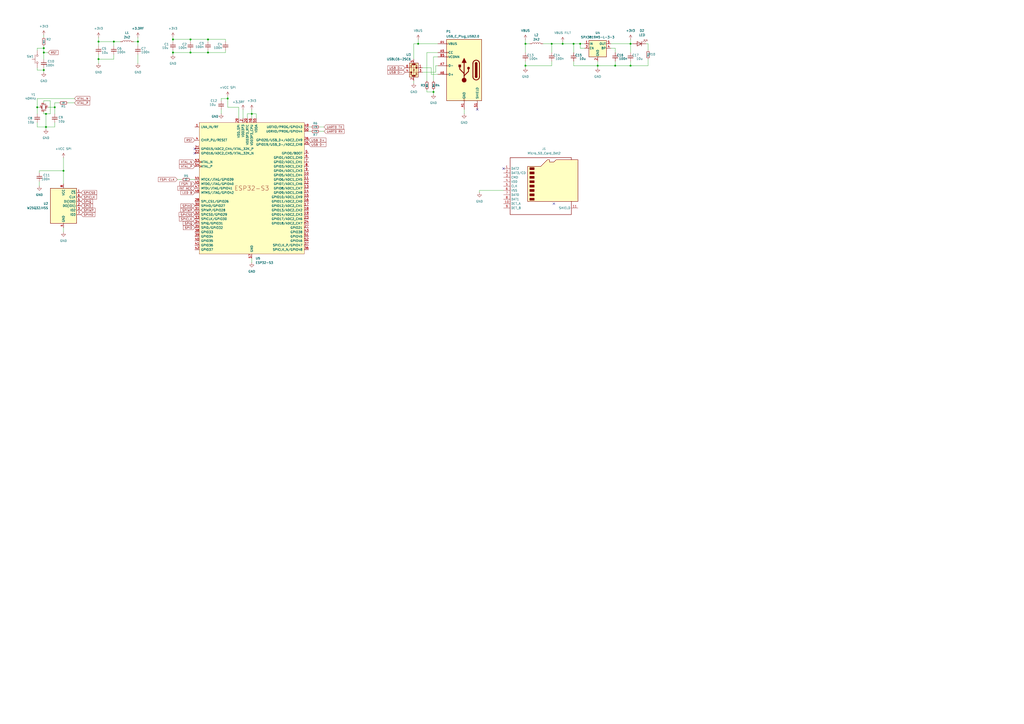
<source format=kicad_sch>
(kicad_sch (version 20231120) (generator "eeschema") (generator_version "8.0")
  (paper "A2")
  (lib_symbols
    (symbol "Connector:Micro_SD_Card_Det2"
      (property "Reference" "J" (at -16.51 17.78 0))
      (property "Value" "Micro_SD_Card_Det2" (at 16.51 17.78 0))
      (symbol "Micro_SD_Card_Det2_0_1"
        (rectangle (start -7.62 -6.985) (end -5.08 -8.255) (stroke (width 0.254)) (fill (type outline)))
        (rectangle (start -7.62 -4.445) (end -5.08 -5.715) (stroke (width 0.254)) (fill (type outline)))
        (rectangle (start -7.62 -1.905) (end -5.08 -3.175) (stroke (width 0.254)) (fill (type outline)))
        (rectangle (start -7.62 0.635) (end -5.08 -0.635) (stroke (width 0.254)) (fill (type outline)))
        (rectangle (start -7.62 3.175) (end -5.08 1.905) (stroke (width 0.254)) (fill (type outline)))
        (rectangle (start -7.62 5.715) (end -5.08 4.445) (stroke (width 0.254)) (fill (type outline)))
        (rectangle (start -7.62 8.255) (end -5.08 6.985) (stroke (width 0.254)) (fill (type outline)))
        (rectangle (start -7.62 10.795) (end -5.08 9.525) (stroke (width 0.254)) (fill (type outline)))
        (polyline (pts (xy 16.51 15.24) (xy 16.51 16.51) (xy -19.05 16.51) (xy -19.05 -16.51) (xy 16.51 -16.51) (xy 16.51 -8.89)) (stroke (width 0.254)))
        (polyline (pts (xy -8.89 -8.89) (xy -8.89 11.43) (xy -1.27 11.43) (xy 2.54 15.24) (xy 3.81 15.24) (xy 3.81 13.97) (xy 6.35 13.97) (xy 7.62 15.24) (xy 20.32 15.24) (xy 20.32 -8.89) (xy -8.89 -8.89)) (stroke (width 0.254)) (fill (type background)))
      )
      (symbol "Micro_SD_Card_Det2_1_1"
        (pin bidirectional line (at -22.86 10.16 0) (length 3.81) (name "DAT2") (number "1"))
        (pin passive line (at -22.86 -10.16 0) (length 3.81) (name "DET_A") (number "10"))
        (pin passive line (at 20.32 -12.7 180) (length 3.81) (name "SHIELD") (number "11"))
        (pin bidirectional line (at -22.86 7.62 0) (length 3.81) (name "DAT3/CD") (number "2"))
        (pin input line (at -22.86 5.08 0) (length 3.81) (name "CMD") (number "3"))
        (pin power_in line (at -22.86 2.54 0) (length 3.81) (name "VDD") (number "4"))
        (pin input line (at -22.86 0 0) (length 3.81) (name "CLK") (number "5"))
        (pin power_in line (at -22.86 -2.54 0) (length 3.81) (name "VSS") (number "6"))
        (pin bidirectional line (at -22.86 -5.08 0) (length 3.81) (name "DAT0") (number "7"))
        (pin bidirectional line (at -22.86 -7.62 0) (length 3.81) (name "DAT1") (number "8"))
        (pin passive line (at -22.86 -12.7 0) (length 3.81) (name "DET_B") (number "9"))
      )
    )
    (symbol "Connector:USB_C_Plug_USB2.0" (pin_names (offset 1.016))
      (property "Reference" "P" (at -10.16 19.05 0))
      (property "Value" "USB_C_Plug_USB2.0" (at 12.7 19.05 0))
      (symbol "USB_C_Plug_USB2.0_0_0"
        (rectangle (start -0.254 -17.78) (end 0.254 -16.764))
        (rectangle (start 10.16 -2.286) (end 9.144 -2.794))
        (rectangle (start 10.16 2.794) (end 9.144 2.286))
        (rectangle (start 10.16 7.874) (end 9.144 7.366))
        (rectangle (start 10.16 10.414) (end 9.144 9.906))
        (rectangle (start 10.16 15.494) (end 9.144 14.986))
      )
      (symbol "USB_C_Plug_USB2.0_0_1"
        (rectangle (start -10.16 17.78) (end 10.16 -17.78) (stroke (width 0.254)) (fill (type background)))
        (arc (start -8.89 -3.81) (mid -6.985 -5.7067) (end -5.08 -3.81) (stroke (width 0.508)))
        (arc (start -7.62 -3.81) (mid -6.985 -4.4423) (end -6.35 -3.81) (stroke (width 0.254)))
        (arc (start -7.62 -3.81) (mid -6.985 -4.4423) (end -6.35 -3.81) (stroke (width 0.254)) (fill (type outline)))
        (rectangle (start -7.62 -3.81) (end -6.35 3.81) (stroke (width 0.254)) (fill (type outline)))
        (arc (start -6.35 3.81) (mid -6.985 4.4423) (end -7.62 3.81) (stroke (width 0.254)))
        (arc (start -6.35 3.81) (mid -6.985 4.4423) (end -7.62 3.81) (stroke (width 0.254)) (fill (type outline)))
        (arc (start -5.08 3.81) (mid -6.985 5.7067) (end -8.89 3.81) (stroke (width 0.508)))
        (circle (center -2.54 1.143) (radius 0.635) (stroke (width 0.254)) (fill (type outline)))
        (circle (center 0 -5.842) (radius 1.27) (fill (type outline)))
        (polyline (pts (xy -8.89 -3.81) (xy -8.89 3.81)) (stroke (width 0.508)))
        (polyline (pts (xy -5.08 3.81) (xy -5.08 -3.81)) (stroke (width 0.508)))
        (polyline (pts (xy 0 -5.842) (xy 0 4.318)) (stroke (width 0.508)))
        (polyline (pts (xy 0 -3.302) (xy -2.54 -0.762) (xy -2.54 0.508)) (stroke (width 0.508)))
        (polyline (pts (xy 0 -2.032) (xy 2.54 0.508) (xy 2.54 1.778)) (stroke (width 0.508)))
        (polyline (pts (xy -1.27 4.318) (xy 0 6.858) (xy 1.27 4.318) (xy -1.27 4.318)) (stroke (width 0.254)) (fill (type outline)))
        (rectangle (start 1.905 1.778) (end 3.175 3.048) (stroke (width 0.254)) (fill (type outline)))
      )
      (symbol "USB_C_Plug_USB2.0_1_1"
        (pin passive line (at 0 -22.86 90) (length 5.08) (name "GND") (number "A1"))
        (pin passive line (at 0 -22.86 90) (length 5.08) hide (name "GND") (number "A12"))
        (pin passive line (at 15.24 15.24 180) (length 5.08) (name "VBUS") (number "A4"))
        (pin bidirectional line (at 15.24 10.16 180) (length 5.08) (name "CC") (number "A5"))
        (pin bidirectional line (at 15.24 -2.54 180) (length 5.08) (name "D+") (number "A6"))
        (pin bidirectional line (at 15.24 2.54 180) (length 5.08) (name "D-") (number "A7"))
        (pin passive line (at 15.24 15.24 180) (length 5.08) hide (name "VBUS") (number "A9"))
        (pin passive line (at 0 -22.86 90) (length 5.08) hide (name "GND") (number "B1"))
        (pin passive line (at 0 -22.86 90) (length 5.08) hide (name "GND") (number "B12"))
        (pin passive line (at 15.24 15.24 180) (length 5.08) hide (name "VBUS") (number "B4"))
        (pin bidirectional line (at 15.24 7.62 180) (length 5.08) (name "VCONN") (number "B5"))
        (pin passive line (at 15.24 15.24 180) (length 5.08) hide (name "VBUS") (number "B9"))
        (pin passive line (at -7.62 -22.86 90) (length 5.08) (name "SHIELD") (number "S1"))
      )
    )
    (symbol "Device:C_Small" (pin_numbers hide) (pin_names (offset 0.254) hide)
      (property "Reference" "C" (at 0.254 1.778 0))
      (property "Value" "C_Small" (at 0.254 -2.032 0))
      (symbol "C_Small_0_1"
        (polyline (pts (xy -1.524 -0.508) (xy 1.524 -0.508)) (stroke (width 0.3302)))
        (polyline (pts (xy -1.524 0.508) (xy 1.524 0.508)) (stroke (width 0.3048)))
      )
      (symbol "C_Small_1_1"
        (pin passive line (at 0 2.54 270) (length 2.032) (name "~") (number "1"))
        (pin passive line (at 0 -2.54 90) (length 2.032) (name "~") (number "2"))
      )
    )
    (symbol "Device:Crystal_GND23_Small" (pin_names (offset 1.016) hide)
      (property "Reference" "Y" (at 1.27 4.445 0))
      (property "Value" "Crystal_GND23_Small" (at 1.27 2.54 0))
      (symbol "Crystal_GND23_Small_0_1"
        (rectangle (start -0.762 -1.524) (end 0.762 1.524))
        (polyline (pts (xy -1.27 -0.762) (xy -1.27 0.762)) (stroke (width 0.381)))
        (polyline (pts (xy 1.27 -0.762) (xy 1.27 0.762)) (stroke (width 0.381)))
        (polyline (pts (xy -1.27 -1.27) (xy -1.27 -1.905) (xy 1.27 -1.905) (xy 1.27 -1.27)))
        (polyline (pts (xy -1.27 1.27) (xy -1.27 1.905) (xy 1.27 1.905) (xy 1.27 1.27)))
      )
      (symbol "Crystal_GND23_Small_1_1"
        (pin passive line (at -2.54 0 0) (length 1.27) (name "1") (number "1"))
        (pin passive line (at 0 -2.54 90) (length 0.635) (name "2") (number "2"))
        (pin passive line (at 0 2.54 270) (length 0.635) (name "3") (number "3"))
        (pin passive line (at 2.54 0 180) (length 1.27) (name "4") (number "4"))
      )
    )
    (symbol "Device:L" (pin_numbers hide) (pin_names (offset 1.016) hide)
      (property "Reference" "L" (at -1.27 0 90))
      (property "Value" "L" (at 1.905 0 90))
      (symbol "L_0_1"
        (arc (start 0 -2.54) (mid 0.6323 -1.905) (end 0 -1.27))
        (arc (start 0 -1.27) (mid 0.6323 -0.635) (end 0 0))
        (arc (start 0 0) (mid 0.6323 0.635) (end 0 1.27))
        (arc (start 0 1.27) (mid 0.6323 1.905) (end 0 2.54))
      )
      (symbol "L_1_1"
        (pin passive line (at 0 3.81 270) (length 1.27) (name "1") (number "1"))
        (pin passive line (at 0 -3.81 90) (length 1.27) (name "2") (number "2"))
      )
    )
    (symbol "Device:LED" (pin_numbers hide) (pin_names (offset 1.016) hide)
      (property "Reference" "D" (at 0 2.54 0))
      (property "Value" "LED" (at 0 -2.54 0))
      (symbol "LED_0_1"
        (polyline (pts (xy -1.27 -1.27) (xy -1.27 1.27)) (stroke (width 0.254)))
        (polyline (pts (xy -1.27 0) (xy 1.27 0)))
        (polyline (pts (xy 1.27 -1.27) (xy 1.27 1.27) (xy -1.27 0) (xy 1.27 -1.27)) (stroke (width 0.254)))
        (polyline (pts (xy -3.048 -0.762) (xy -4.572 -2.286) (xy -3.81 -2.286) (xy -4.572 -2.286) (xy -4.572 -1.524)))
        (polyline (pts (xy -1.778 -0.762) (xy -3.302 -2.286) (xy -2.54 -2.286) (xy -3.302 -2.286) (xy -3.302 -1.524)))
      )
      (symbol "LED_1_1"
        (pin passive line (at -3.81 0 0) (length 2.54) (name "K") (number "1"))
        (pin passive line (at 3.81 0 180) (length 2.54) (name "A") (number "2"))
      )
    )
    (symbol "Device:R_Small" (pin_numbers hide) (pin_names (offset 0.254) hide)
      (property "Reference" "R" (at 0.762 0.508 0))
      (property "Value" "R_Small" (at 0.762 -1.016 0))
      (symbol "R_Small_0_1"
        (rectangle (start -0.762 1.778) (end 0.762 -1.778) (stroke (width 0.2032)))
      )
      (symbol "R_Small_1_1"
        (pin passive line (at 0 2.54 270) (length 0.762) (name "~") (number "1"))
        (pin passive line (at 0 -2.54 90) (length 0.762) (name "~") (number "2"))
      )
    )
    (symbol "Memory_Flash:W25Q32JVSS"
      (property "Reference" "U" (at -6.35 11.43 0))
      (property "Value" "W25Q32JVSS" (at 7.62 11.43 0))
      (symbol "W25Q32JVSS_0_1"
        (rectangle (start -7.62 10.16) (end 7.62 -10.16) (stroke (width 0.254)) (fill (type background)))
      )
      (symbol "W25Q32JVSS_1_1"
        (pin input line (at -10.16 7.62 0) (length 2.54) (name "~{CS}") (number "1"))
        (pin bidirectional line (at -10.16 0 0) (length 2.54) (name "DO(IO1)") (number "2"))
        (pin bidirectional line (at -10.16 -2.54 0) (length 2.54) (name "IO2") (number "3"))
        (pin power_in line (at 0 -12.7 90) (length 2.54) (name "GND") (number "4"))
        (pin bidirectional line (at -10.16 2.54 0) (length 2.54) (name "DI(IO0)") (number "5"))
        (pin input line (at -10.16 5.08 0) (length 2.54) (name "CLK") (number "6"))
        (pin bidirectional line (at -10.16 -5.08 0) (length 2.54) (name "IO3") (number "7"))
        (pin power_in line (at 0 12.7 270) (length 2.54) (name "VCC") (number "8"))
      )
    )
    (symbol "PCM_Espressif:ESP32-S3" (pin_names (offset 1.016))
      (property "Reference" "U" (at -30.48 43.18 0))
      (property "Value" "ESP32-S3" (at -30.48 40.64 0))
      (symbol "ESP32-S3_0_0"
        (text "ESP32-S3" (at 0 0 0) (effects (font (size 2.54 2.54))))
        (pin bidirectional line (at 33.02 -35.56 180) (length 2.54) (name "SPICLK_N/GPIO48") (number "36"))
        (pin bidirectional line (at 33.02 -33.02 180) (length 2.54) (name "SPICLK_P/GPIO47") (number "37"))
      )
      (symbol "ESP32-S3_0_1"
        (rectangle (start -30.48 38.1) (end 30.48 -38.1) (fill (type background)))
      )
      (symbol "ESP32-S3_1_1"
        (pin bidirectional line (at -33.02 35.56 0) (length 2.54) (name "LNA_IN/RF") (number "1"))
        (pin bidirectional line (at 33.02 7.62 180) (length 2.54) (name "GPIO5/ADC1_CH4") (number "10"))
        (pin bidirectional line (at 33.02 5.08 180) (length 2.54) (name "GPIO6/ADC1_CH5") (number "11"))
        (pin bidirectional line (at 33.02 2.54 180) (length 2.54) (name "GPIO7/ADC1_CH6") (number "12"))
        (pin bidirectional line (at 33.02 0 180) (length 2.54) (name "GPIO8/ADC1_CH7") (number "13"))
        (pin bidirectional line (at 33.02 -2.54 180) (length 2.54) (name "GPIO9/ADC1_CH8") (number "14"))
        (pin bidirectional line (at 33.02 -5.08 180) (length 2.54) (name "GPIO10/ADC1_CH9") (number "15"))
        (pin bidirectional line (at 33.02 -7.62 180) (length 2.54) (name "GPIO11/ADC2_CH0") (number "16"))
        (pin bidirectional line (at 33.02 -10.16 180) (length 2.54) (name "GPIO12/ADC2_CH1") (number "17"))
        (pin bidirectional line (at 33.02 -12.7 180) (length 2.54) (name "GPIO13/ADC2_CH2") (number "18"))
        (pin bidirectional line (at 33.02 -15.24 180) (length 2.54) (name "GPIO14/ADC2_CH3") (number "19"))
        (pin power_in line (at -5.08 40.64 270) (length 2.54) (name "VDD3P3") (number "2"))
        (pin power_in line (at -2.54 40.64 270) (length 2.54) (name "VDD3P3_RTC") (number "20"))
        (pin bidirectional line (at -33.02 22.86 0) (length 2.54) (name "GPIO15/ADC2_CH4/XTAL_32K_P") (number "21"))
        (pin bidirectional line (at -33.02 20.32 0) (length 2.54) (name "GPIO16/ADC2_CH5/XTAL_32K_N") (number "22"))
        (pin bidirectional line (at 33.02 -17.78 180) (length 2.54) (name "GPIO17/ADC2_CH6") (number "23"))
        (pin bidirectional line (at 33.02 -20.32 180) (length 2.54) (name "GPIO18/ADC2_CH7") (number "24"))
        (pin bidirectional line (at 33.02 25.4 180) (length 2.54) (name "GPIO19/USB_D-/ADC2_CH8") (number "25"))
        (pin bidirectional line (at 33.02 27.94 180) (length 2.54) (name "GPIO20/USB_D+/ADC2_CH9") (number "26"))
        (pin bidirectional line (at 33.02 -22.86 180) (length 2.54) (name "GPIO21") (number "27"))
        (pin bidirectional line (at -33.02 -7.62 0) (length 2.54) (name "SPI_CS1/GPIO26") (number "28"))
        (pin power_out line (at -7.62 40.64 270) (length 2.54) (name "VDD_SPI") (number "29"))
        (pin power_in line (at -5.08 40.64 270) (length 2.54) hide (name "VDD3P3") (number "3"))
        (pin bidirectional line (at -33.02 -10.16 0) (length 2.54) (name "SPIHD/GPIO27") (number "30"))
        (pin bidirectional line (at -33.02 -12.7 0) (length 2.54) (name "SPIWP/GPIO28") (number "31"))
        (pin bidirectional line (at -33.02 -15.24 0) (length 2.54) (name "SPICS0/GPIO29") (number "32"))
        (pin bidirectional line (at -33.02 -17.78 0) (length 2.54) (name "SPICLK/GPIO30") (number "33"))
        (pin bidirectional line (at -33.02 -20.32 0) (length 2.54) (name "SPIQ/GPIO31") (number "34"))
        (pin bidirectional line (at -33.02 -22.86 0) (length 2.54) (name "SPID/GPIO32") (number "35"))
        (pin bidirectional line (at -33.02 -25.4 0) (length 2.54) (name "GPIO33") (number "38"))
        (pin bidirectional line (at -33.02 -27.94 0) (length 2.54) (name "GPIO34") (number "39"))
        (pin input line (at -33.02 27.94 0) (length 2.54) (name "CHIP_PU/RESET") (number "4"))
        (pin bidirectional line (at -33.02 -30.48 0) (length 2.54) (name "GPIO35") (number "40"))
        (pin bidirectional line (at -33.02 -33.02 0) (length 2.54) (name "GPIO36") (number "41"))
        (pin bidirectional line (at -33.02 -35.56 0) (length 2.54) (name "GPIO37") (number "42"))
        (pin bidirectional line (at 33.02 -25.4 180) (length 2.54) (name "GPIO38") (number "43"))
        (pin bidirectional line (at -33.02 5.08 0) (length 2.54) (name "MTCK/JTAG/GPIO39") (number "44"))
        (pin bidirectional line (at -33.02 2.54 0) (length 2.54) (name "MTDO/JTAG/GPIO40") (number "45"))
        (pin power_in line (at 0 40.64 270) (length 2.54) (name "VDD3P3_CPU") (number "46"))
        (pin bidirectional line (at -33.02 0 0) (length 2.54) (name "MTDI/JTAG/GPIO41") (number "47"))
        (pin bidirectional line (at -33.02 -2.54 0) (length 2.54) (name "MTMS/JTAG/GPIO42") (number "48"))
        (pin bidirectional line (at 33.02 35.56 180) (length 2.54) (name "U0TXD/PROG/GPIO43") (number "49"))
        (pin bidirectional line (at 33.02 20.32 180) (length 2.54) (name "GPIO0/BOOT") (number "5"))
        (pin bidirectional line (at 33.02 33.02 180) (length 2.54) (name "U0RXD/PROG/GPIO44") (number "50"))
        (pin bidirectional line (at 33.02 -27.94 180) (length 2.54) (name "GPIO45") (number "51"))
        (pin bidirectional line (at 33.02 -30.48 180) (length 2.54) (name "GPIO46") (number "52"))
        (pin input clock (at -33.02 15.24 0) (length 2.54) (name "XTAL_N") (number "53"))
        (pin output clock (at -33.02 12.7 0) (length 2.54) (name "XTAL_P") (number "54"))
        (pin power_in line (at 2.54 40.64 270) (length 2.54) (name "VDDA") (number "55"))
        (pin passive line (at 2.54 40.64 270) (length 2.54) hide (name "VDDA") (number "56"))
        (pin power_in line (at 0 -40.64 90) (length 2.54) (name "GND") (number "57"))
        (pin bidirectional line (at 33.02 17.78 180) (length 2.54) (name "GPIO1/ADC1_CH0") (number "6"))
        (pin bidirectional line (at 33.02 15.24 180) (length 2.54) (name "GPIO2/ADC1_CH1") (number "7"))
        (pin bidirectional line (at 33.02 12.7 180) (length 2.54) (name "GPIO3/ADC1_CH2") (number "8"))
        (pin bidirectional line (at 33.02 10.16 180) (length 2.54) (name "GPIO4/ADC1_CH3") (number "9"))
      )
    )
    (symbol "Power_Protection:USBLC6-2SC6" (pin_names hide)
      (property "Reference" "U" (at 0.635 5.715 0))
      (property "Value" "USBLC6-2SC6" (at 0.635 3.81 0))
      (symbol "USBLC6-2SC6_0_0"
        (circle (center -1.524 0) (radius 0.0001) (stroke (width 0.508)))
        (circle (center -0.508 -4.572) (radius 0.0001) (stroke (width 0.508)))
        (circle (center -0.508 2.032) (radius 0.0001) (stroke (width 0.508)))
        (circle (center 0.508 -4.572) (radius 0.0001) (stroke (width 0.508)))
        (circle (center 0.508 2.032) (radius 0.0001) (stroke (width 0.508)))
        (circle (center 1.524 -2.54) (radius 0.0001) (stroke (width 0.508)))
      )
      (symbol "USBLC6-2SC6_0_1"
        (polyline (pts (xy -2.54 -2.54) (xy 2.54 -2.54)))
        (polyline (pts (xy -2.54 0) (xy 2.54 0)))
        (polyline (pts (xy -2.032 -3.048) (xy -1.016 -3.048)))
        (polyline (pts (xy -1.016 1.524) (xy -2.032 1.524)))
        (polyline (pts (xy 1.016 -3.048) (xy 2.032 -3.048)))
        (polyline (pts (xy 1.016 1.524) (xy 2.032 1.524)))
        (polyline (pts (xy -0.508 -1.143) (xy -0.508 -0.762) (xy 0.508 -0.762)))
        (polyline (pts (xy -2.032 0.508) (xy -1.016 0.508) (xy -1.524 1.524) (xy -2.032 0.508)))
        (polyline (pts (xy -1.016 -4.064) (xy -2.032 -4.064) (xy -1.524 -3.048) (xy -1.016 -4.064)))
        (polyline (pts (xy 0.508 -1.778) (xy -0.508 -1.778) (xy 0 -0.762) (xy 0.508 -1.778)))
        (polyline (pts (xy 2.032 -4.064) (xy 1.016 -4.064) (xy 1.524 -3.048) (xy 2.032 -4.064)))
        (polyline (pts (xy 2.032 0.508) (xy 1.016 0.508) (xy 1.524 1.524) (xy 2.032 0.508)))
        (polyline (pts (xy 0 2.54) (xy -0.508 2.032) (xy 0.508 2.032) (xy 0 1.524) (xy 0 -4.064) (xy -0.508 -4.572) (xy 0.508 -4.572) (xy 0 -5.08)))
      )
      (symbol "USBLC6-2SC6_1_1"
        (rectangle (start -2.54 2.794) (end 2.54 -5.334) (stroke (width 0.254)) (fill (type background)))
        (polyline (pts (xy -0.508 2.032) (xy -1.524 2.032) (xy -1.524 -4.572) (xy -0.508 -4.572)))
        (polyline (pts (xy 0.508 -4.572) (xy 1.524 -4.572) (xy 1.524 2.032) (xy 0.508 2.032)))
        (pin passive line (at -5.08 0 0) (length 2.54) (name "I/O1") (number "1"))
        (pin passive line (at 0 -7.62 90) (length 2.54) (name "GND") (number "2"))
        (pin passive line (at -5.08 -2.54 0) (length 2.54) (name "I/O2") (number "3"))
        (pin passive line (at 5.08 -2.54 180) (length 2.54) (name "I/O2") (number "4"))
        (pin passive line (at 0 5.08 270) (length 2.54) (name "VBUS") (number "5"))
        (pin passive line (at 5.08 0 180) (length 2.54) (name "I/O1") (number "6"))
      )
    )
    (symbol "Regulator_Linear:SPX3819M5-L-3-3" (pin_names (offset 0.254))
      (property "Reference" "U" (at -3.81 5.715 0))
      (property "Value" "SPX3819M5-L-3-3" (at 0 5.715 0))
      (symbol "SPX3819M5-L-3-3_0_1"
        (rectangle (start -5.08 4.445) (end 5.08 -5.08) (stroke (width 0.254)) (fill (type background)))
      )
      (symbol "SPX3819M5-L-3-3_1_1"
        (pin power_in line (at -7.62 2.54 0) (length 2.54) (name "IN") (number "1"))
        (pin power_in line (at 0 -7.62 90) (length 2.54) (name "GND") (number "2"))
        (pin input line (at -7.62 0 0) (length 2.54) (name "EN") (number "3"))
        (pin input line (at 7.62 0 180) (length 2.54) (name "BP") (number "4"))
        (pin power_out line (at 7.62 2.54 180) (length 2.54) (name "OUT") (number "5"))
      )
    )
    (symbol "Switch:SW_Push" (pin_numbers hide) (pin_names (offset 1.016) hide)
      (property "Reference" "SW" (at 1.27 2.54 0))
      (property "Value" "SW_Push" (at 0 -1.524 0))
      (symbol "SW_Push_0_1"
        (circle (center -2.032 0) (radius 0.508))
        (polyline (pts (xy 0 1.27) (xy 0 3.048)))
        (polyline (pts (xy 2.54 1.27) (xy -2.54 1.27)))
        (circle (center 2.032 0) (radius 0.508))
        (pin passive line (at -5.08 0 0) (length 2.54) (name "1") (number "1"))
        (pin passive line (at 5.08 0 180) (length 2.54) (name "2") (number "2"))
      )
    )
    (symbol "power:+3.3V" (power) (pin_numbers hide) (pin_names (offset 0) hide)
      (property "Value" "+3.3V" (at 0 3.556 0))
      (symbol "+3.3V_0_1"
        (polyline (pts (xy -0.762 1.27) (xy 0 2.54)))
        (polyline (pts (xy 0 0) (xy 0 2.54)))
        (polyline (pts (xy 0 2.54) (xy 0.762 1.27)))
      )
      (symbol "+3.3V_1_1"
        (pin power_in line (at 0 0 90) (length 0) (name "~") (number "1"))
      )
    )
    (symbol "power:+3V3" (power) (pin_numbers hide) (pin_names (offset 0) hide)
      (property "Value" "+3V3" (at 0 3.556 0))
      (symbol "+3V3_0_1"
        (polyline (pts (xy -0.762 1.27) (xy 0 2.54)))
        (polyline (pts (xy 0 0) (xy 0 2.54)))
        (polyline (pts (xy 0 2.54) (xy 0.762 1.27)))
      )
      (symbol "+3V3_1_1"
        (pin power_in line (at 0 0 90) (length 0) (name "~") (number "1"))
      )
    )
    (symbol "power:GND" (power) (pin_numbers hide) (pin_names (offset 0) hide)
      (property "Value" "GND" (at 0 -3.81 0))
      (symbol "GND_0_1"
        (polyline (pts (xy 0 0) (xy 0 -1.27) (xy 1.27 -1.27) (xy 0 -2.54) (xy -1.27 -1.27) (xy 0 -1.27)))
      )
      (symbol "GND_1_1"
        (pin power_in line (at 0 0 270) (length 0) (name "~") (number "1"))
      )
    )
    (symbol "power:VBUS" (power) (pin_numbers hide) (pin_names (offset 0) hide)
      (property "Value" "VBUS" (at 0 3.556 0))
      (symbol "VBUS_0_1"
        (polyline (pts (xy -0.762 1.27) (xy 0 2.54)))
        (polyline (pts (xy 0 0) (xy 0 2.54)))
        (polyline (pts (xy 0 2.54) (xy 0.762 1.27)))
      )
      (symbol "VBUS_1_1"
        (pin power_in line (at 0 0 90) (length 0) (name "~") (number "1"))
      )
    )
    (symbol "power:VDD" (power) (pin_numbers hide) (pin_names (offset 0) hide)
      (property "Value" "VDD" (at 0 3.556 0))
      (symbol "VDD_0_1"
        (polyline (pts (xy -0.762 1.27) (xy 0 2.54)))
        (polyline (pts (xy 0 0) (xy 0 2.54)))
        (polyline (pts (xy 0 2.54) (xy 0.762 1.27)))
      )
      (symbol "VDD_1_1"
        (pin power_in line (at 0 0 90) (length 0) (name "~") (number "1"))
      )
    )
  )
  (junction (at 36.83 99.06))
  (junction (at 365.76 25.4))
  (junction (at 120.65 30.48))
  (junction (at 80.01 24.13))
  (junction (at 100.33 30.48))
  (junction (at 31.75 62.23))
  (junction (at 146.05 66.04))
  (junction (at 100.33 22.86))
  (junction (at 242.57 25.4))
  (junction (at 21.59 62.23))
  (junction (at 346.71 38.1))
  (junction (at 356.87 38.1))
  (junction (at 110.49 30.48))
  (junction (at 320.04 25.4))
  (junction (at 336.55 25.4))
  (junction (at 251.46 53.34))
  (junction (at 26.67 66.04))
  (junction (at 120.65 22.86))
  (junction (at 57.15 34.29))
  (junction (at 132.08 57.15))
  (junction (at 304.8 25.4))
  (junction (at 25.4 40.64))
  (junction (at 304.8 38.1))
  (junction (at 326.39 25.4))
  (junction (at 57.15 24.13))
  (junction (at 25.4 30.48))
  (junction (at 66.04 24.13))
  (junction (at 110.49 22.86))
  (junction (at 26.67 73.66))
  (junction (at 365.76 38.1))
  (junction (at 332.74 25.4))
  (junction (at 25.4 27.94))
  (no_connect (at 276.86 63.5))
  (no_connect (at 321.31 118.11))
  (no_connect (at 292.1 97.79))
  (no_connect (at 113.03 86.36))
  (no_connect (at 113.03 88.9))
  (wire (pts (xy 100.33 22.86) (xy 100.33 24.13)))
  (wire (pts (xy 146.05 68.58) (xy 146.05 66.04)))
  (wire (pts (xy 31.75 73.66) (xy 31.75 71.12)))
  (wire (pts (xy 132.08 55.88) (xy 132.08 57.15)))
  (wire (pts (xy 100.33 30.48) (xy 100.33 31.75)))
  (wire (pts (xy 304.8 38.1) (xy 320.04 38.1)))
  (wire (pts (xy 326.39 25.4) (xy 332.74 25.4)))
  (wire (pts (xy 22.86 105.41) (xy 22.86 107.95)))
  (wire (pts (xy 252.73 38.1) (xy 254 38.1)))
  (wire (pts (xy 252.73 41.91) (xy 252.73 38.1)))
  (wire (pts (xy 143.51 66.04) (xy 146.05 66.04)))
  (wire (pts (xy 25.4 58.42) (xy 29.21 58.42)))
  (wire (pts (xy 375.92 25.4) (xy 375.92 29.21)))
  (wire (pts (xy 80.01 21.59) (xy 80.01 24.13)))
  (wire (pts (xy 320.04 25.4) (xy 326.39 25.4)))
  (wire (pts (xy 365.76 22.86) (xy 365.76 25.4)))
  (wire (pts (xy 36.83 99.06) (xy 36.83 106.68)))
  (wire (pts (xy 77.47 24.13) (xy 80.01 24.13)))
  (wire (pts (xy 320.04 35.56) (xy 320.04 38.1)))
  (wire (pts (xy 57.15 21.59) (xy 57.15 24.13)))
  (wire (pts (xy 365.76 25.4) (xy 365.76 30.48)))
  (wire (pts (xy 26.67 73.66) (xy 31.75 73.66)))
  (wire (pts (xy 80.01 31.75) (xy 80.01 36.83)))
  (wire (pts (xy 25.4 20.32) (xy 25.4 21.59)))
  (wire (pts (xy 138.43 62.23) (xy 138.43 68.58)))
  (wire (pts (xy 25.4 26.67) (xy 25.4 27.94)))
  (wire (pts (xy 21.59 27.94) (xy 25.4 27.94)))
  (wire (pts (xy 148.59 66.04) (xy 146.05 66.04)))
  (wire (pts (xy 110.49 30.48) (xy 120.65 30.48)))
  (wire (pts (xy 25.4 27.94) (xy 25.4 30.48)))
  (wire (pts (xy 356.87 35.56) (xy 356.87 38.1)))
  (wire (pts (xy 365.76 25.4) (xy 367.03 25.4)))
  (wire (pts (xy 128.27 63.5) (xy 128.27 66.04)))
  (wire (pts (xy 21.59 62.23) (xy 21.59 66.04)))
  (wire (pts (xy 57.15 34.29) (xy 57.15 36.83)))
  (wire (pts (xy 336.55 27.94) (xy 336.55 25.4)))
  (wire (pts (xy 31.75 62.23) (xy 31.75 66.04)))
  (wire (pts (xy 21.59 73.66) (xy 26.67 73.66)))
  (wire (pts (xy 242.57 22.86) (xy 242.57 25.4)))
  (wire (pts (xy 128.27 57.15) (xy 132.08 57.15)))
  (wire (pts (xy 185.42 73.66) (xy 187.96 73.66)))
  (wire (pts (xy 130.81 29.21) (xy 130.81 30.48)))
  (wire (pts (xy 146.05 63.5) (xy 146.05 66.04)))
  (wire (pts (xy 29.21 58.42) (xy 29.21 66.04)))
  (wire (pts (xy 332.74 38.1) (xy 346.71 38.1)))
  (wire (pts (xy 245.11 41.91) (xy 252.73 41.91)))
  (wire (pts (xy 179.07 76.2) (xy 180.34 76.2)))
  (wire (pts (xy 36.83 91.44) (xy 36.83 99.06)))
  (wire (pts (xy 314.96 25.4) (xy 320.04 25.4)))
  (wire (pts (xy 375.92 38.1) (xy 365.76 38.1)))
  (wire (pts (xy 110.49 30.48) (xy 100.33 30.48)))
  (wire (pts (xy 22.86 62.23) (xy 21.59 62.23)))
  (wire (pts (xy 242.57 25.4) (xy 254 25.4)))
  (wire (pts (xy 110.49 24.13) (xy 110.49 22.86)))
  (wire (pts (xy 332.74 25.4) (xy 332.74 30.48)))
  (wire (pts (xy 21.59 62.23) (xy 21.59 57.15)))
  (wire (pts (xy 21.59 71.12) (xy 21.59 73.66)))
  (wire (pts (xy 25.4 30.48) (xy 25.4 34.29)))
  (wire (pts (xy 374.65 25.4) (xy 375.92 25.4)))
  (wire (pts (xy 39.37 59.69) (xy 43.18 59.69)))
  (wire (pts (xy 36.83 132.08) (xy 36.83 134.62)))
  (wire (pts (xy 179.07 73.66) (xy 180.34 73.66)))
  (wire (pts (xy 185.42 76.2) (xy 187.96 76.2)))
  (wire (pts (xy 110.49 30.48) (xy 110.49 29.21)))
  (wire (pts (xy 143.51 66.04) (xy 143.51 68.58)))
  (wire (pts (xy 240.03 34.29) (xy 240.03 25.4)))
  (wire (pts (xy 130.81 24.13) (xy 130.81 22.86)))
  (wire (pts (xy 339.09 27.94) (xy 336.55 27.94)))
  (wire (pts (xy 375.92 34.29) (xy 375.92 38.1)))
  (wire (pts (xy 26.67 66.04) (xy 25.4 66.04)))
  (wire (pts (xy 346.71 38.1) (xy 356.87 38.1)))
  (wire (pts (xy 27.94 62.23) (xy 31.75 62.23)))
  (wire (pts (xy 120.65 24.13) (xy 120.65 22.86)))
  (wire (pts (xy 356.87 38.1) (xy 365.76 38.1)))
  (wire (pts (xy 66.04 24.13) (xy 69.85 24.13)))
  (wire (pts (xy 120.65 22.86) (xy 130.81 22.86)))
  (wire (pts (xy 132.08 57.15) (xy 132.08 62.23)))
  (wire (pts (xy 31.75 59.69) (xy 34.29 59.69)))
  (wire (pts (xy 21.59 29.21) (xy 21.59 27.94)))
  (wire (pts (xy 304.8 22.86) (xy 304.8 25.4)))
  (wire (pts (xy 100.33 21.59) (xy 100.33 22.86)))
  (wire (pts (xy 80.01 24.13) (xy 80.01 26.67)))
  (wire (pts (xy 132.08 62.23) (xy 138.43 62.23)))
  (wire (pts (xy 354.33 25.4) (xy 365.76 25.4)))
  (wire (pts (xy 304.8 38.1) (xy 304.8 39.37)))
  (wire (pts (xy 57.15 34.29) (xy 66.04 34.29)))
  (wire (pts (xy 307.34 25.4) (xy 304.8 25.4)))
  (wire (pts (xy 110.49 22.86) (xy 100.33 22.86)))
  (wire (pts (xy 66.04 26.67) (xy 66.04 24.13)))
  (wire (pts (xy 356.87 27.94) (xy 356.87 30.48)))
  (wire (pts (xy 57.15 31.75) (xy 57.15 34.29)))
  (wire (pts (xy 278.13 110.49) (xy 292.1 110.49)))
  (wire (pts (xy 240.03 46.99) (xy 240.03 48.26)))
  (wire (pts (xy 128.27 58.42) (xy 128.27 57.15)))
  (wire (pts (xy 247.65 30.48) (xy 247.65 46.99)))
  (wire (pts (xy 57.15 24.13) (xy 66.04 24.13)))
  (wire (pts (xy 336.55 25.4) (xy 339.09 25.4)))
  (wire (pts (xy 25.4 66.04) (xy 25.4 64.77)))
  (wire (pts (xy 254 30.48) (xy 247.65 30.48)))
  (wire (pts (xy 245.11 39.37) (xy 250.19 39.37)))
  (wire (pts (xy 250.19 39.37) (xy 250.19 43.18)))
  (wire (pts (xy 110.49 104.14) (xy 113.03 104.14)))
  (wire (pts (xy 140.97 63.5) (xy 140.97 68.58)))
  (wire (pts (xy 326.39 24.13) (xy 326.39 25.4)))
  (wire (pts (xy 25.4 40.64) (xy 25.4 41.91)))
  (wire (pts (xy 29.21 66.04) (xy 26.67 66.04)))
  (wire (pts (xy 148.59 68.58) (xy 148.59 66.04)))
  (wire (pts (xy 25.4 39.37) (xy 25.4 40.64)))
  (wire (pts (xy 57.15 24.13) (xy 57.15 26.67)))
  (wire (pts (xy 25.4 59.69) (xy 25.4 58.42)))
  (wire (pts (xy 22.86 99.06) (xy 36.83 99.06)))
  (wire (pts (xy 22.86 100.33) (xy 22.86 99.06)))
  (wire (pts (xy 250.19 43.18) (xy 254 43.18)))
  (wire (pts (xy 102.87 104.14) (xy 105.41 104.14)))
  (wire (pts (xy 332.74 35.56) (xy 332.74 38.1)))
  (wire (pts (xy 25.4 30.48) (xy 27.94 30.48)))
  (wire (pts (xy 240.03 25.4) (xy 242.57 25.4)))
  (wire (pts (xy 251.46 33.02) (xy 254 33.02)))
  (wire (pts (xy 146.05 149.86) (xy 146.05 152.4)))
  (wire (pts (xy 66.04 31.75) (xy 66.04 34.29)))
  (wire (pts (xy 346.71 35.56) (xy 346.71 38.1)))
  (wire (pts (xy 120.65 29.21) (xy 120.65 30.48)))
  (wire (pts (xy 346.71 38.1) (xy 346.71 39.37)))
  (wire (pts (xy 304.8 25.4) (xy 304.8 30.48)))
  (wire (pts (xy 304.8 35.56) (xy 304.8 38.1)))
  (wire (pts (xy 110.49 22.86) (xy 120.65 22.86)))
  (wire (pts (xy 247.65 52.07) (xy 247.65 53.34)))
  (wire (pts (xy 31.75 62.23) (xy 31.75 59.69)))
  (wire (pts (xy 120.65 30.48) (xy 130.81 30.48)))
  (wire (pts (xy 21.59 39.37) (xy 21.59 40.64)))
  (wire (pts (xy 26.67 73.66) (xy 26.67 74.93)))
  (wire (pts (xy 251.46 46.99) (xy 251.46 33.02)))
  (wire (pts (xy 354.33 27.94) (xy 356.87 27.94)))
  (wire (pts (xy 251.46 53.34) (xy 251.46 52.07)))
  (wire (pts (xy 269.24 63.5) (xy 269.24 66.04)))
  (wire (pts (xy 100.33 29.21) (xy 100.33 30.48)))
  (wire (pts (xy 247.65 53.34) (xy 251.46 53.34)))
  (wire (pts (xy 21.59 57.15) (xy 43.18 57.15)))
  (wire (pts (xy 278.13 111.76) (xy 278.13 110.49)))
  (wire (pts (xy 26.67 66.04) (xy 26.67 73.66)))
  (wire (pts (xy 365.76 35.56) (xy 365.76 38.1)))
  (wire (pts (xy 251.46 53.34) (xy 251.46 54.61)))
  (wire (pts (xy 332.74 25.4) (xy 336.55 25.4)))
  (wire (pts (xy 21.59 40.64) (xy 25.4 40.64)))
  (wire (pts (xy 320.04 25.4) (xy 320.04 30.48)))
  (global_label "SPIQ" (shape input) (at 113.03 129.54 180) (property "Intersheetrefs" "${INTERSHEET_REFS}" (effects (hide yes))))
  (global_label "UART0 TX" (shape input) (at 187.96 73.66 0) (property "Intersheetrefs" "${INTERSHEET_REFS}" (effects (hide yes))))
  (global_label "USB D-" (shape input) (at 234.95 41.91 180) (property "Intersheetrefs" "${INTERSHEET_REFS}" (effects (hide yes))))
  (global_label "UART0 RX" (shape input) (at 187.96 76.2 0) (property "Intersheetrefs" "${INTERSHEET_REFS}" (effects (hide yes))))
  (global_label "SPICS0" (shape input) (at 46.99 111.76 0) (property "Intersheetrefs" "${INTERSHEET_REFS}" (effects (hide yes))))
  (global_label "SPICS0" (shape input) (at 113.03 124.46 180) (property "Intersheetrefs" "${INTERSHEET_REFS}" (effects (hide yes))))
  (global_label "LED B" (shape input) (at 113.03 111.76 180) (property "Intersheetrefs" "${INTERSHEET_REFS}" (effects (hide yes))))
  (global_label "USB D-" (shape input) (at 179.07 83.82 0) (property "Intersheetrefs" "${INTERSHEET_REFS}" (effects (hide yes))))
  (global_label "SPIWP" (shape input) (at 113.03 121.92 180) (property "Intersheetrefs" "${INTERSHEET_REFS}" (effects (hide yes))))
  (global_label "SPID" (shape input) (at 113.03 132.08 180) (property "Intersheetrefs" "${INTERSHEET_REFS}" (effects (hide yes))))
  (global_label "SPICLK" (shape input) (at 46.99 114.3 0) (property "Intersheetrefs" "${INTERSHEET_REFS}" (effects (hide yes))))
  (global_label "XTAL_N" (shape input) (at 43.18 57.15 0) (property "Intersheetrefs" "${INTERSHEET_REFS}" (effects (hide yes))))
  (global_label "SPICLK" (shape input) (at 113.03 127 180) (property "Intersheetrefs" "${INTERSHEET_REFS}" (effects (hide yes))))
  (global_label "RST" (shape input) (at 27.94 30.48 0) (property "Intersheetrefs" "${INTERSHEET_REFS}" (effects (hide yes))))
  (global_label "XTAL_P" (shape input) (at 43.18 59.69 0) (property "Intersheetrefs" "${INTERSHEET_REFS}" (effects (hide yes))))
  (global_label "XTAL_P" (shape input) (at 113.03 96.52 180) (property "Intersheetrefs" "${INTERSHEET_REFS}" (effects (hide yes))))
  (global_label "SPIHD" (shape input) (at 113.03 119.38 180) (property "Intersheetrefs" "${INTERSHEET_REFS}" (effects (hide yes))))
  (global_label "USB D+" (shape input) (at 234.95 39.37 180) (property "Intersheetrefs" "${INTERSHEET_REFS}" (effects (hide yes))))
  (global_label "XTAL_N" (shape input) (at 113.03 93.98 180) (property "Intersheetrefs" "${INTERSHEET_REFS}" (effects (hide yes))))
  (global_label "SPIHD" (shape input) (at 46.99 124.46 0) (property "Intersheetrefs" "${INTERSHEET_REFS}" (effects (hide yes))))
  (global_label "SPIQ" (shape input) (at 46.99 116.84 0) (property "Intersheetrefs" "${INTERSHEET_REFS}" (effects (hide yes))))
  (global_label "INT ACC" (shape input) (at 113.03 109.22 180) (property "Intersheetrefs" "${INTERSHEET_REFS}" (effects (hide yes))))
  (global_label "RST" (shape input) (at 113.03 81.28 180) (property "Intersheetrefs" "${INTERSHEET_REFS}" (effects (hide yes))))
  (global_label "USB D+" (shape input) (at 179.07 81.28 0) (property "Intersheetrefs" "${INTERSHEET_REFS}" (effects (hide yes))))
  (global_label "SPIWP" (shape input) (at 46.99 121.92 0) (property "Intersheetrefs" "${INTERSHEET_REFS}" (effects (hide yes))))
  (global_label "SPID" (shape input) (at 46.99 119.38 0) (property "Intersheetrefs" "${INTERSHEET_REFS}" (effects (hide yes))))
  (global_label "FSPI CLK" (shape input) (at 102.87 104.14 180) (property "Intersheetrefs" "${INTERSHEET_REFS}" (effects (hide yes))))
  (global_label "FSPI D" (shape input) (at 113.03 106.68 180) (property "Intersheetrefs" "${INTERSHEET_REFS}" (effects (hide yes))))
  (symbol (lib_id "Device:C_Small") (at 80.01 29.21 0) (mirror y) (unit 1)
    (property "Reference" "C7" (at 84.582 28.194 0) (effects (justify left)))
    (property "Value" "100n" (at 86.868 30.226 0) (effects (justify left)))
    (property "Description" "Unpolarized capacitor, small symbol" (effects (hide yes)))
  )
  (symbol (lib_id "power:GND") (at 36.83 134.62 0) (unit 1)
    (property "Reference" "#PWR014" (effects (hide yes)))
    (property "Value" "GND" (at 36.83 139.7 0))
    (property "Description" "Power symbol creates a global label with name \"GND\" , ground" (effects (hide yes)))
  )
  (symbol (lib_id "Device:R_Small") (at 247.65 49.53 180) (unit 1)
    (property "Reference" "R3" (at 245.364 49.53 0))
    (property "Value" "5k1" (at 247.65 49.53 90) (effects (font (size 0.762 0.762))))
    (property "Description" "Resistor, small symbol" (effects (hide yes)))
  )
  (symbol (lib_id "Device:C_Small") (at 66.04 29.21 0) (mirror y) (unit 1)
    (property "Reference" "C6" (at 70.612 28.194 0) (effects (justify left)))
    (property "Value" "100n" (at 72.898 30.226 0) (effects (justify left)))
    (property "Description" "Unpolarized capacitor, small symbol" (effects (hide yes)))
  )
  (symbol (lib_id "power:VDD") (at 132.08 55.88 0) (unit 1)
    (property "Reference" "#PWR026" (effects (hide yes)))
    (property "Value" "+VCC SPI" (at 132.08 50.8 0))
    (property "Description" "Power symbol creates a global label with name \"VDD\"" (effects (hide yes)))
  )
  (symbol (lib_id "Device:L") (at 311.15 25.4 90) (unit 1)
    (property "Reference" "L2" (at 311.15 20.32 90))
    (property "Value" "2n2" (at 311.15 22.86 90))
    (property "Description" "Inductor" (effects (hide yes)))
  )
  (symbol (lib_id "power:GND") (at 26.67 74.93 0) (unit 1)
    (property "Reference" "#PWR07" (effects (hide yes)))
    (property "Value" "GND" (at 26.67 80.01 0))
    (property "Description" "Power symbol creates a global label with name \"GND\" , ground" (effects (hide yes)))
  )
  (symbol (lib_id "power:+3V3") (at 100.33 21.59 0) (unit 1)
    (property "Reference" "#PWR01" (effects (hide yes)))
    (property "Value" "+3V3" (at 100.33 16.51 0))
    (property "Description" "Power symbol creates a global label with name \"+3V3\"" (effects (hide yes)))
  )
  (symbol (lib_id "Device:R_Small") (at 107.95 104.14 90) (unit 1)
    (property "Reference" "R5" (at 107.95 102.108 90))
    (property "Value" "22" (at 107.95 104.14 90) (effects (font (size 0.762 0.762))))
    (property "Description" "Resistor, small symbol" (effects (hide yes)))
  )
  (symbol (lib_id "power:GND") (at 80.01 36.83 0) (mirror y) (unit 1)
    (property "Reference" "#PWR04" (effects (hide yes)))
    (property "Value" "GND" (at 80.01 41.91 0))
    (property "Description" "Power symbol creates a global label with name \"GND\" , ground" (effects (hide yes)))
  )
  (symbol (lib_id "power:GND") (at 346.71 39.37 0) (mirror y) (unit 1)
    (property "Reference" "#PWR021" (effects (hide yes)))
    (property "Value" "GND" (at 346.71 44.45 0))
    (property "Description" "Power symbol creates a global label with name \"GND\" , ground" (effects (hide yes)))
  )
  (symbol (lib_id "Device:C_Small") (at 120.65 26.67 0) (unit 1)
    (property "Reference" "C3" (at 115.57 25.146 0) (effects (justify left)))
    (property "Value" "100n" (at 113.284 27.178 0) (effects (justify left)))
    (property "Description" "Unpolarized capacitor, small symbol" (effects (hide yes)))
  )
  (symbol (lib_id "Device:R_Small") (at 375.92 31.75 180) (unit 1)
    (property "Reference" "R10" (at 378.206 31.496 0))
    (property "Value" "5k1" (at 375.92 31.75 90) (effects (font (size 0.762 0.762))))
    (property "Description" "Resistor, small symbol" (effects (hide yes)))
  )
  (symbol (lib_id "Device:C_Small") (at 25.4 36.83 0) (mirror y) (unit 1)
    (property "Reference" "C10" (at 31.496 35.56 0) (effects (justify left)))
    (property "Value" "100n" (at 31.496 37.846 0) (effects (justify left)))
    (property "Description" "Unpolarized capacitor, small symbol" (effects (hide yes)))
  )
  (symbol (lib_id "power:+3V3") (at 146.05 63.5 0) (unit 1)
    (property "Reference" "#PWR025" (effects (hide yes)))
    (property "Value" "+3V3" (at 146.05 58.42 0))
    (property "Description" "Power symbol creates a global label with name \"+3V3\"" (effects (hide yes)))
  )
  (symbol (lib_id "Device:R_Small") (at 182.88 76.2 90) (unit 1)
    (property "Reference" "R7" (at 182.88 78.232 90))
    (property "Value" "470" (at 182.88 76.2 90) (effects (font (size 0.762 0.762))))
    (property "Description" "Resistor, small symbol" (effects (hide yes)))
  )
  (symbol (lib_id "Device:C_Small") (at 130.81 26.67 0) (unit 1)
    (property "Reference" "C4" (at 126.238 25.654 0) (effects (justify left)))
    (property "Value" "100n" (at 123.952 27.686 0) (effects (justify left)))
    (property "Description" "Unpolarized capacitor, small symbol" (effects (hide yes)))
  )
  (symbol (lib_id "power:GND") (at 269.24 66.04 0) (mirror y) (unit 1)
    (property "Reference" "#PWR015" (effects (hide yes)))
    (property "Value" "GND" (at 269.24 71.12 0))
    (property "Description" "Power symbol creates a global label with name \"GND\" , ground" (effects (hide yes)))
  )
  (symbol (lib_id "Device:LED") (at 370.84 25.4 180) (unit 1)
    (property "Reference" "D2" (at 372.4275 17.78 0))
    (property "Value" "LED" (at 372.4275 20.32 0))
    (property "Description" "Light emitting diode" (effects (hide yes)))
  )
  (symbol (lib_id "Device:C_Small") (at 332.74 33.02 0) (mirror y) (unit 1)
    (property "Reference" "C15" (at 337.566 32.004 0) (effects (justify left)))
    (property "Value" "10u" (at 339.852 34.036 0) (effects (justify left)))
    (property "Description" "Unpolarized capacitor, small symbol" (effects (hide yes)))
  )
  (symbol (lib_id "power:+3V3") (at 365.76 22.86 0) (mirror y) (unit 1)
    (property "Reference" "#PWR023" (effects (hide yes)))
    (property "Value" "+3V3" (at 365.76 17.78 0))
    (property "Description" "Power symbol creates a global label with name \"+3V3\"" (effects (hide yes)))
  )
  (symbol (lib_id "power:GND") (at 128.27 66.04 0) (unit 1)
    (property "Reference" "#PWR027" (effects (hide yes)))
    (property "Value" "GND" (at 124.714 67.564 0))
    (property "Description" "Power symbol creates a global label with name \"GND\" , ground" (effects (hide yes)))
  )
  (symbol (lib_id "Connector:Micro_SD_Card_Det2") (at 314.96 107.95 0) (unit 1)
    (property "Reference" "J1" (at 315.595 86.36 0))
    (property "Value" "Micro_SD_Card_Det2" (at 315.595 88.9 0))
    (property "Datasheet" "https://www.hirose.com/en/product/document?clcode=&productname=&series=DM3&documenttype=Catalog&lang=en&documentid=D49662_en" (effects (hide yes)))
    (property "Description" "Micro SD Card Socket with two card detection pins" (effects (hide yes)))
  )
  (symbol (lib_id "power:GND") (at 57.15 36.83 0) (mirror y) (unit 1)
    (property "Reference" "#PWR05" (effects (hide yes)))
    (property "Value" "GND" (at 57.15 41.91 0))
    (property "Description" "Power symbol creates a global label with name \"GND\" , ground" (effects (hide yes)))
  )
  (symbol (lib_id "Device:L") (at 73.66 24.13 90) (unit 1)
    (property "Reference" "L1" (at 73.66 19.05 90))
    (property "Value" "2n2" (at 73.66 21.59 90))
    (property "Description" "Inductor" (effects (hide yes)))
  )
  (symbol (lib_id "power:VBUS") (at 304.8 22.86 0) (unit 1)
    (property "Reference" "#PWR017" (effects (hide yes)))
    (property "Value" "VBUS" (at 304.8 17.78 0))
    (property "Description" "Power symbol creates a global label with name \"VBUS\"" (effects (hide yes)))
  )
  (symbol (lib_id "Device:C_Small") (at 22.86 102.87 0) (mirror y) (unit 1)
    (property "Reference" "C11" (at 28.956 101.6 0) (effects (justify left)))
    (property "Value" "100n" (at 28.956 103.886 0) (effects (justify left)))
    (property "Description" "Unpolarized capacitor, small symbol" (effects (hide yes)))
  )
  (symbol (lib_id "power:GND") (at 22.86 107.95 0) (mirror y) (unit 1)
    (property "Reference" "#PWR011" (effects (hide yes)))
    (property "Value" "GND" (at 22.86 113.03 0))
    (property "Description" "Power symbol creates a global label with name \"GND\" , ground" (effects (hide yes)))
  )
  (symbol (lib_id "Device:C_Small") (at 365.76 33.02 0) (mirror y) (unit 1)
    (property "Reference" "C17" (at 370.586 32.004 0) (effects (justify left)))
    (property "Value" "10u" (at 372.872 34.036 0) (effects (justify left)))
    (property "Description" "Unpolarized capacitor, small symbol" (effects (hide yes)))
  )
  (symbol (lib_id "power:+3V3") (at 57.15 21.59 0) (mirror y) (unit 1)
    (property "Reference" "#PWR03" (effects (hide yes)))
    (property "Value" "+3V3" (at 57.15 16.51 0))
    (property "Description" "Power symbol creates a global label with name \"+3V3\"" (effects (hide yes)))
  )
  (symbol (lib_id "power:GND") (at 278.13 111.76 0) (mirror y) (unit 1)
    (property "Reference" "#PWR018" (effects (hide yes)))
    (property "Value" "GND" (at 278.13 116.84 0))
    (property "Description" "Power symbol creates a global label with name \"GND\" , ground" (effects (hide yes)))
  )
  (symbol (lib_id "power:+3V3") (at 25.4 20.32 0) (mirror y) (unit 1)
    (property "Reference" "#PWR08" (effects (hide yes)))
    (property "Value" "+3V3" (at 25.4 15.24 0))
    (property "Description" "Power symbol creates a global label with name \"+3V3\"" (effects (hide yes)))
  )
  (symbol (lib_id "power:VBUS") (at 242.57 22.86 0) (unit 1)
    (property "Reference" "#PWR020" (effects (hide yes)))
    (property "Value" "VBUS" (at 242.57 17.78 0))
    (property "Description" "Power symbol creates a global label with name \"VBUS\"" (effects (hide yes)))
  )
  (symbol (lib_id "Device:C_Small") (at 320.04 33.02 0) (mirror y) (unit 1)
    (property "Reference" "C14" (at 324.866 32.004 0) (effects (justify left)))
    (property "Value" "100n" (at 327.152 34.036 0) (effects (justify left)))
    (property "Description" "Unpolarized capacitor, small symbol" (effects (hide yes)))
  )
  (symbol (lib_id "Power_Protection:USBLC6-2SC6") (at 240.03 39.37 0) (mirror y) (unit 1)
    (property "Reference" "U3" (at 238.3789 31.75 0) (effects (justify left)))
    (property "Value" "USBLC6-2SC6" (at 238.3789 34.29 0) (effects (justify left)))
    (property "Footprint" "Package_TO_SOT_SMD:SOT-23-6" (effects (hide yes)))
    (property "Datasheet" "https://www.st.com/resource/en/datasheet/usblc6-2.pdf" (effects (hide yes)))
    (property "Description" "Very low capacitance ESD protection diode, 2 data-line, SOT-23-6" (effects (hide yes)))
  )
  (symbol (lib_id "power:GND") (at 304.8 39.37 0) (mirror y) (unit 1)
    (property "Reference" "#PWR022" (effects (hide yes)))
    (property "Value" "GND" (at 304.8 44.45 0))
    (property "Description" "Power symbol creates a global label with name \"GND\" , ground" (effects (hide yes)))
  )
  (symbol (lib_id "Switch:SW_Push") (at 21.59 34.29 90) (unit 1)
    (property "Reference" "SW1" (at 15.494 32.766 90) (effects (justify right)))
    (property "Value" "SW_Push" (effects (hide yes)))
    (property "Description" "Push button switch, generic, two pins" (effects (hide yes)))
  )
  (symbol (lib_id "power:VBUS") (at 326.39 24.13 0) (unit 1)
    (property "Reference" "#PWR019" (effects (hide yes)))
    (property "Value" "VBUS FILT" (at 326.39 19.05 0))
    (property "Description" "Power symbol creates a global label with name \"VBUS\"" (effects (hide yes)))
  )
  (symbol (lib_id "Device:C_Small") (at 31.75 68.58 0) (mirror y) (unit 1)
    (property "Reference" "C9" (at 36.576 68.072 0) (effects (justify left)))
    (property "Value" "10p" (at 37.592 70.358 0) (effects (justify left)))
    (property "Description" "Unpolarized capacitor, small symbol" (effects (hide yes)))
  )
  (symbol (lib_id "power:GND") (at 240.03 48.26 0) (mirror y) (unit 1)
    (property "Reference" "#PWR012" (effects (hide yes)))
    (property "Value" "GND" (at 240.03 53.34 0))
    (property "Description" "Power symbol creates a global label with name \"GND\" , ground" (effects (hide yes)))
  )
  (symbol (lib_id "Device:C_Small") (at 21.59 68.58 0) (mirror y) (unit 1)
    (property "Reference" "C8" (at 18.796 68.58 0) (effects (justify left)))
    (property "Value" "10p" (at 19.812 70.866 0) (effects (justify left)))
    (property "Description" "Unpolarized capacitor, small symbol" (effects (hide yes)))
  )
  (symbol (lib_id "Device:C_Small") (at 304.8 33.02 0) (mirror y) (unit 1)
    (property "Reference" "C13" (at 309.626 32.004 0) (effects (justify left)))
    (property "Value" "100n" (at 311.912 34.036 0) (effects (justify left)))
    (property "Description" "Unpolarized capacitor, small symbol" (effects (hide yes)))
  )
  (symbol (lib_id "power:+3.3V") (at 80.01 21.59 0) (unit 1)
    (property "Reference" "#PWR06" (effects (hide yes)))
    (property "Value" "+3.3RF" (at 80.01 16.51 0))
    (property "Description" "Power symbol creates a global label with name \"+3.3V\"" (effects (hide yes)))
  )
  (symbol (lib_id "Device:R_Small") (at 36.83 59.69 90) (unit 1)
    (property "Reference" "R1" (at 36.83 61.722 90))
    (property "Value" "22" (at 36.83 59.69 90) (effects (font (size 0.762 0.762))))
    (property "Description" "Resistor, small symbol" (effects (hide yes)))
  )
  (symbol (lib_id "Device:R_Small") (at 182.88 73.66 90) (unit 1)
    (property "Reference" "R6" (at 182.88 71.628 90))
    (property "Value" "470" (at 182.88 73.66 90) (effects (font (size 0.762 0.762))))
    (property "Description" "Resistor, small symbol" (effects (hide yes)))
  )
  (symbol (lib_id "power:VDD") (at 36.83 91.44 0) (unit 1)
    (property "Reference" "#PWR010" (effects (hide yes)))
    (property "Value" "+VCC SPI" (at 36.83 86.36 0))
    (property "Description" "Power symbol creates a global label with name \"VDD\"" (effects (hide yes)))
  )
  (symbol (lib_id "Device:C_Small") (at 356.87 33.02 0) (mirror y) (unit 1)
    (property "Reference" "C16" (at 361.696 32.004 0) (effects (justify left)))
    (property "Value" "100n" (at 363.982 34.036 0) (effects (justify left)))
    (property "Description" "Unpolarized capacitor, small symbol" (effects (hide yes)))
  )
  (symbol (lib_id "Connector:USB_C_Plug_USB2.0") (at 269.24 40.64 0) (mirror y) (unit 1)
    (property "Reference" "P1" (at 258.826 18.288 0) (effects (justify right)))
    (property "Value" "USB_C_Plug_USB2.0" (at 258.826 21.082 0) (effects (justify right)))
    (property "Datasheet" "https://www.usb.org/sites/default/files/documents/usb_type-c.zip" (effects (hide yes)))
    (property "Description" "USB 2.0-only Type-C Plug connector" (effects (hide yes)))
  )
  (symbol (lib_id "power:GND") (at 146.05 152.4 0) (unit 1)
    (property "Reference" "#PWR013" (effects (hide yes)))
    (property "Value" "GND" (at 146.05 157.48 0))
    (property "Description" "Power symbol creates a global label with name \"GND\" , ground" (effects (hide yes)))
  )
  (symbol (lib_id "power:GND") (at 251.46 54.61 0) (mirror y) (unit 1)
    (property "Reference" "#PWR016" (effects (hide yes)))
    (property "Value" "GND" (at 251.46 59.69 0))
    (property "Description" "Power symbol creates a global label with name \"GND\" , ground" (effects (hide yes)))
  )
  (symbol (lib_id "Device:R_Small") (at 25.4 24.13 180) (unit 1)
    (property "Reference" "R2" (at 28.194 22.86 0))
    (property "Value" "5k1" (at 25.4 24.13 90) (effects (font (size 0.762 0.762))))
    (property "Description" "Resistor, small symbol" (effects (hide yes)))
  )
  (symbol (lib_id "Device:C_Small") (at 128.27 60.96 0) (mirror y) (unit 1)
    (property "Reference" "C12" (at 125.984 58.42 0) (effects (justify left)))
    (property "Value" "10u" (at 125.222 60.706 0) (effects (justify left)))
    (property "Description" "Unpolarized capacitor, small symbol" (effects (hide yes)))
  )
  (symbol (lib_id "Device:C_Small") (at 100.33 26.67 0) (unit 1)
    (property "Reference" "C1" (at 95.25 25.654 0) (effects (justify left)))
    (property "Value" "10u" (at 93.98 27.686 0) (effects (justify left)))
    (property "Description" "Unpolarized capacitor, small symbol" (effects (hide yes)))
  )
  (symbol (lib_id "power:GND") (at 25.4 41.91 0) (mirror y) (unit 1)
    (property "Reference" "#PWR09" (effects (hide yes)))
    (property "Value" "GND" (at 25.4 46.99 0))
    (property "Description" "Power symbol creates a global label with name \"GND\" , ground" (effects (hide yes)))
  )
  (symbol (lib_id "Device:R_Small") (at 251.46 49.53 180) (unit 1)
    (property "Reference" "R4" (at 253.746 49.53 0))
    (property "Value" "5k1" (at 251.46 49.53 90) (effects (font (size 0.762 0.762))))
    (property "Description" "Resistor, small symbol" (effects (hide yes)))
  )
  (symbol (lib_id "Device:Crystal_GND23_Small") (at 25.4 62.23 0) (unit 1)
    (property "Reference" "Y1" (at 19.304 54.864 0))
    (property "Value" "40MHz" (at 17.78 57.15 0))
    (property "Description" "Four pin crystal, GND on pins 2 and 3, small symbol" (effects (hide yes)))
  )
  (symbol (lib_id "Memory_Flash:W25Q32JVSS") (at 36.83 119.38 0) (mirror y) (unit 1)
    (property "Reference" "U2" (at 27.94 118.1099 0) (effects (justify left)))
    (property "Value" "W25Q32JVSS" (at 27.94 120.6499 0) (effects (justify left)))
    (property "Footprint" "Package_SO:SOIC-8_5.23x5.23mm_P1.27mm" (effects (hide yes)))
    (property "Datasheet" "http://www.winbond.com/resource-files/w25q32jv%20revg%2003272018%20plus.pdf" (effects (hide yes)))
    (property "Description" "32Mb Serial Flash Memory, Standard/Dual/Quad SPI, SOIC-8" (effects (hide yes)))
  )
  (symbol (lib_id "Regulator_Linear:SPX3819M5-L-3-3") (at 346.71 27.94 0) (unit 1)
    (property "Reference" "U4" (at 346.71 19.05 0))
    (property "Value" "SPX3819M5-L-3-3" (at 346.71 21.59 0))
    (property "Footprint" "Package_TO_SOT_SMD:SOT-23-5" (effects (hide yes)))
    (property "Datasheet" "https://www.exar.com/content/document.ashx?id=22106&languageid=1033&type=Datasheet&partnumber=SPX3819&filename=SPX3819.pdf&part=SPX3819" (effects (hide yes)))
    (property "Description" "500mA Low drop-out regulator, Fixed Output 3.3V, SOT-23-5" (effects (hide yes)))
  )
  (symbol (lib_id "power:+3.3V") (at 140.97 63.5 0) (unit 1)
    (property "Reference" "#PWR024" (effects (hide yes)))
    (property "Value" "+3.3RF" (at 138.43 59.182 0))
    (property "Description" "Power symbol creates a global label with name \"+3.3V\"" (effects (hide yes)))
  )
  (symbol (lib_id "Device:C_Small") (at 57.15 29.21 0) (mirror y) (unit 1)
    (property "Reference" "C5" (at 61.722 28.194 0) (effects (justify left)))
    (property "Value" "10u" (at 62.738 30.48 0) (effects (justify left)))
    (property "Description" "Unpolarized capacitor, small symbol" (effects (hide yes)))
  )
  (symbol (lib_id "PCM_Espressif:ESP32-S3") (at 146.05 109.22 0) (unit 1)
    (property "Reference" "U5" (at 148.2441 149.86 0) (effects (justify left)))
    (property "Value" "ESP32-S3" (at 148.2441 152.4 0) (effects (justify left)))
    (property "Footprint" "Package_DFN_QFN:QFN-56-1EP_7x7mm_P0.4mm_EP5.6x5.6mm" (effects (hide yes)))
    (property "Datasheet" "https://www.espressif.com/sites/default/files/documentation/esp32-s3_datasheet_en.pdf" (effects (hide yes)))
    (property "Description" "ESP32-S3 is a low-power MCU-based system-on-chip (SoC) that supports 2.4 GHz Wi-Fi and Bluetooth® Low Energy (Bluetooth LE). It consists of high-performance dual-core microprocessor (Xtensa® 32-bit LX7), a low power coprocessor, a Wi-Fi baseband, a Bluetooth LE baseband, RF module, and peripherals." (effects (hide yes)))
  )
  (symbol (lib_id "Device:C_Small") (at 110.49 26.67 0) (unit 1)
    (property "Reference" "C2" (at 105.664 25.654 0) (effects (justify left)))
    (property "Value" "100n" (at 103.378 27.686 0) (effects (justify left)))
    (property "Description" "Unpolarized capacitor, small symbol" (effects (hide yes)))
  )
  (symbol (lib_id "power:GND") (at 100.33 31.75 0) (unit 1)
    (property "Reference" "#PWR02" (effects (hide yes)))
    (property "Value" "GND" (at 100.33 36.83 0))
    (property "Description" "Power symbol creates a global label with name \"GND\" , ground" (effects (hide yes)))
  )
)
</source>
